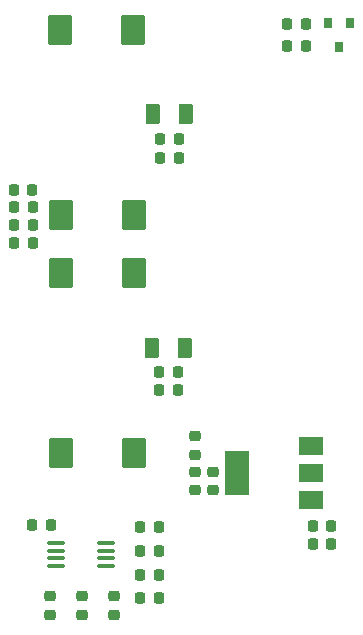
<source format=gbp>
G04 #@! TF.GenerationSoftware,KiCad,Pcbnew,6.0.5-a6ca702e91~116~ubuntu20.04.1*
G04 #@! TF.CreationDate,2022-05-10T22:13:07+02:00*
G04 #@! TF.ProjectId,rysboard,72797362-6f61-4726-942e-6b696361645f,4.2*
G04 #@! TF.SameCoordinates,Original*
G04 #@! TF.FileFunction,Paste,Bot*
G04 #@! TF.FilePolarity,Positive*
%FSLAX46Y46*%
G04 Gerber Fmt 4.6, Leading zero omitted, Abs format (unit mm)*
G04 Created by KiCad (PCBNEW 6.0.5-a6ca702e91~116~ubuntu20.04.1) date 2022-05-10 22:13:07*
%MOMM*%
%LPD*%
G01*
G04 APERTURE LIST*
G04 Aperture macros list*
%AMRoundRect*
0 Rectangle with rounded corners*
0 $1 Rounding radius*
0 $2 $3 $4 $5 $6 $7 $8 $9 X,Y pos of 4 corners*
0 Add a 4 corners polygon primitive as box body*
4,1,4,$2,$3,$4,$5,$6,$7,$8,$9,$2,$3,0*
0 Add four circle primitives for the rounded corners*
1,1,$1+$1,$2,$3*
1,1,$1+$1,$4,$5*
1,1,$1+$1,$6,$7*
1,1,$1+$1,$8,$9*
0 Add four rect primitives between the rounded corners*
20,1,$1+$1,$2,$3,$4,$5,0*
20,1,$1+$1,$4,$5,$6,$7,0*
20,1,$1+$1,$6,$7,$8,$9,0*
20,1,$1+$1,$8,$9,$2,$3,0*%
G04 Aperture macros list end*
%ADD10RoundRect,0.250000X0.787500X1.025000X-0.787500X1.025000X-0.787500X-1.025000X0.787500X-1.025000X0*%
%ADD11RoundRect,0.218750X-0.218750X-0.256250X0.218750X-0.256250X0.218750X0.256250X-0.218750X0.256250X0*%
%ADD12RoundRect,0.218750X0.256250X-0.218750X0.256250X0.218750X-0.256250X0.218750X-0.256250X-0.218750X0*%
%ADD13RoundRect,0.218750X0.218750X0.256250X-0.218750X0.256250X-0.218750X-0.256250X0.218750X-0.256250X0*%
%ADD14RoundRect,0.100000X0.625000X0.100000X-0.625000X0.100000X-0.625000X-0.100000X0.625000X-0.100000X0*%
%ADD15RoundRect,0.250000X-0.375000X-0.625000X0.375000X-0.625000X0.375000X0.625000X-0.375000X0.625000X0*%
%ADD16R,0.800000X0.900000*%
%ADD17R,2.000000X1.500000*%
%ADD18R,2.000000X3.800000*%
%ADD19RoundRect,0.225000X-0.250000X0.225000X-0.250000X-0.225000X0.250000X-0.225000X0.250000X0.225000X0*%
%ADD20RoundRect,0.225000X-0.225000X-0.250000X0.225000X-0.250000X0.225000X0.250000X-0.225000X0.250000X0*%
G04 APERTURE END LIST*
D10*
X104100000Y-104300000D03*
X97875000Y-104300000D03*
X104100000Y-89050000D03*
X97875000Y-89050000D03*
D11*
X106312500Y-79300000D03*
X107887500Y-79300000D03*
D12*
X109220000Y-104445000D03*
X109220000Y-102870000D03*
D11*
X93925000Y-86500000D03*
X95500000Y-86500000D03*
D13*
X106187500Y-110600000D03*
X104612500Y-110600000D03*
D12*
X99700000Y-117987500D03*
X99700000Y-116412500D03*
D13*
X106187500Y-112600000D03*
X104612500Y-112600000D03*
D12*
X102400000Y-117987500D03*
X102400000Y-116412500D03*
D13*
X106175000Y-114600000D03*
X104600000Y-114600000D03*
X106175000Y-116600000D03*
X104600000Y-116600000D03*
D11*
X93925000Y-85000000D03*
X95500000Y-85000000D03*
D14*
X101750000Y-111925000D03*
X101750000Y-112575000D03*
X101750000Y-113225000D03*
X101750000Y-113875000D03*
X97450000Y-113875000D03*
X97450000Y-113225000D03*
X97450000Y-112575000D03*
X97450000Y-111925000D03*
D12*
X97000000Y-117987500D03*
X97000000Y-116412500D03*
D10*
X104025000Y-68500000D03*
X97800000Y-68500000D03*
D15*
X105700000Y-75600000D03*
X108500000Y-75600000D03*
D11*
X106300000Y-77700000D03*
X107875000Y-77700000D03*
X106200000Y-99000000D03*
X107775000Y-99000000D03*
D15*
X105600000Y-95400000D03*
X108400000Y-95400000D03*
D11*
X106200000Y-97400000D03*
X107775000Y-97400000D03*
X93912500Y-82000000D03*
X95487500Y-82000000D03*
D10*
X104100000Y-84150000D03*
X97875000Y-84150000D03*
D11*
X93925000Y-83500000D03*
X95500000Y-83500000D03*
D13*
X97050000Y-110350000D03*
X95475000Y-110350000D03*
D11*
X117050000Y-69800000D03*
X118625000Y-69800000D03*
D16*
X120500000Y-67900000D03*
X122400000Y-67900000D03*
X121450000Y-69900000D03*
D11*
X117050000Y-67950000D03*
X118625000Y-67950000D03*
D17*
X119100000Y-103700000D03*
X119100000Y-106000000D03*
D18*
X112800000Y-106000000D03*
D17*
X119100000Y-108300000D03*
D19*
X109220000Y-105900000D03*
X109220000Y-107450000D03*
D20*
X119225000Y-110500000D03*
X120775000Y-110500000D03*
X119225000Y-112000000D03*
X120775000Y-112000000D03*
D19*
X110750000Y-105900000D03*
X110750000Y-107450000D03*
M02*

</source>
